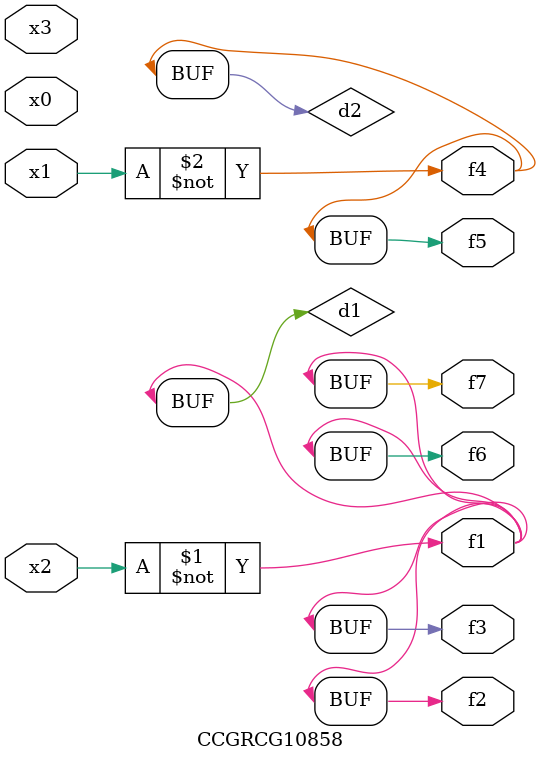
<source format=v>
module CCGRCG10858(
	input x0, x1, x2, x3,
	output f1, f2, f3, f4, f5, f6, f7
);

	wire d1, d2;

	xnor (d1, x2);
	not (d2, x1);
	assign f1 = d1;
	assign f2 = d1;
	assign f3 = d1;
	assign f4 = d2;
	assign f5 = d2;
	assign f6 = d1;
	assign f7 = d1;
endmodule

</source>
